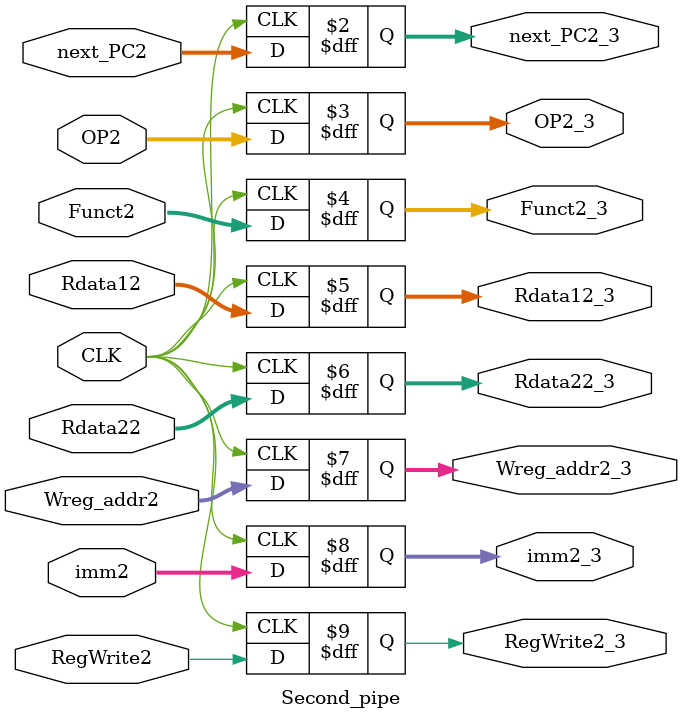
<source format=v>
module Second_pipe(
  input CLK,
  input wire [4:0] Wreg_addr2,
  input wire [31:0] imm2,
  input wire [31:0] Rdata12,
  input wire [31:0] Rdata22,
  input wire [31:0] next_PC2,
  input wire [5:0] OP2,
  input wire [5:0] Funct2,
  input wire RegWrite2,

  output reg [31:0] next_PC2_3,
  output reg [5:0] OP2_3,
  output reg [5:0] Funct2_3,
  output reg [31:0] Rdata12_3,
  output reg [31:0] Rdata22_3,
  output reg [4:0] Wreg_addr2_3,
  output reg [31:0] imm2_3,
  output reg RegWrite2_3
);



always @(negedge CLK)
begin
  next_PC2_3 <= next_PC2;
  OP2_3 <= OP2;
  Funct2_3 <= Funct2;
  Rdata12_3 <= Rdata12;
  Rdata22_3 <= Rdata22;
  Wreg_addr2_3 <= Wreg_addr2;
  imm2_3 <= imm2;
  RegWrite2_3 <= RegWrite2;
end

endmodule

</source>
